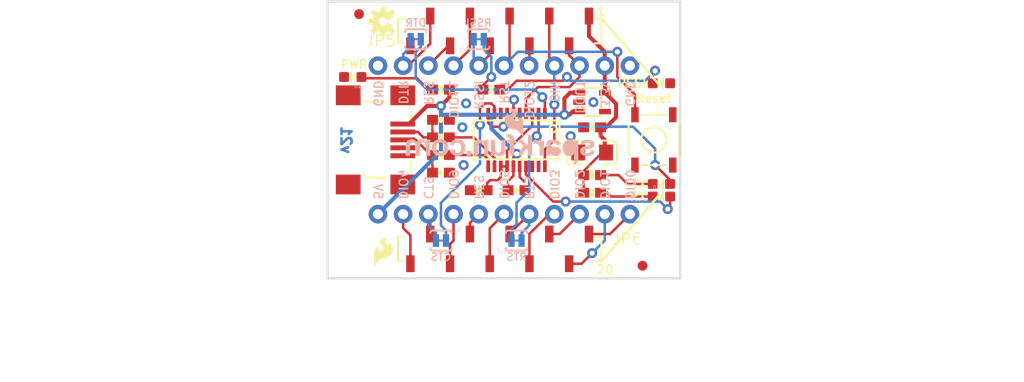
<source format=kicad_pcb>
(kicad_pcb (version 20211014) (generator pcbnew)
  (layers (0 "F.Cu" signal) (31 "B.Cu" signal) (34 "B.Paste" user) (35 "F.Paste" user) (36 "B.SilkS" user "B.Silkscreen") (37 "F.SilkS" user "F.Silkscreen") (38 "B.Mask" user) (39 "F.Mask" user) (44 "Edge.Cuts" user))
  (net 0 "")
  (net 1 "GND")
  (net 2 "RESET")
  (net 3 "5V")
  (net 4 "N$38")
  (net 5 "N$1")
  (net 6 "N$4")
  (net 7 "DIN")
  (net 8 "DOUT")
  (net 9 "3.3V")
  (net 10 "TXLED")
  (net 11 "DIO4")
  (net 12 "CTS")
  (net 13 "DIO9")
  (net 14 "DIO5")
  (net 15 "RTS")
  (net 16 "DIO3")
  (net 17 "DIO2")
  (net 18 "DIO1")
  (net 19 "DIO0")
  (net 20 "DTR")
  (net 21 "RES1")
  (net 22 "RES2")
  (net 23 "DIO11")
  (net 24 "RSSI")
  (net 25 "DIO12")
  (net 26 "N$2")
  (net 27 "3V-INT")
  (net 28 "N$6")
  (net 29 "N$3")
  (net 30 "N$5")
  (net 31 "N$7")
  (net 32 "N$8")
  (net 33 "N$9")
  (net 34 "DTR_XBEE")
  (net 35 "CTS_XBEE")
  (net 36 "RTS_XBEE")
  (footprint "boardEagle:EIA3216" (layer "F.Cu") (at 157.3911 106.2736)
    (fp_text reference "C1" (at -2.54 -1.381) (layer "F.SilkS") (effects (font (size 0.373888 0.373888) (thickness 0.032512)) (justify left bottom)))
    (fp_text value "10uF")
    (pad "A" smd rect (at 1.4 0 90) (size 1.6 1.4) (layers "F.Cu" "F.Paste" "F.Mask") (net 9 "3.3V"))
    (pad "C" smd rect (at -1.4 0 90) (size 1.6 1.4) (layers "F.Cu" "F.Paste" "F.Mask") (net 1 "GND"))
  )
  (footprint "boardEagle:0603-RES" (layer "F.Cu") (at 142.1511 106.5276)
    (fp_text reference "R5" (at -0.889 -0.762) (layer "F.SilkS") (effects (font (size 0.373888 0.373888) (thickness 0.032512)) (justify left bottom)))
    (fp_text value "27")
    (pad "1" smd rect (at -0.85 0) (size 1.1 1) (layers "F.Cu" "F.Paste" "F.Mask") (net 29 "N$3"))
    (pad "2" smd rect (at 0.85 0) (size 1.1 1) (layers "F.Cu" "F.Paste" "F.Mask") (net 31 "N$7"))
  )
  (footprint "boardEagle:0603-RES" (layer "F.Cu") (at 147.2311 99.9236 180)
    (fp_text reference "R7" (at -0.889 -0.762 180) (layer "F.SilkS") (effects (font (size 0.373888 0.373888) (thickness 0.032512)) (justify right top)))
    (fp_text value "330")
    (pad "1" smd rect (at -0.85 0 180) (size 1.1 1) (layers "F.Cu" "F.Paste" "F.Mask") (net 26 "N$2"))
    (pad "2" smd rect (at 0.85 0 180) (size 1.1 1) (layers "F.Cu" "F.Paste" "F.Mask") (net 33 "N$9"))
  )
  (footprint "boardEagle:FIDUCIAL-1X2" (layer "F.Cu") (at 162.4711 117.7036)
    (fp_text reference "JP1" hide)
    (fp_text value "FIDUCIAL1X2" hide)
    (pad "1" smd roundrect (at 0 0) (size 1 1) (layers "F.Cu" "F.Mask") (roundrect_rratio 0.5))
  )
  (footprint "boardEagle:OSHW-LOGO-S" (layer "F.Cu") (at 136.3091 93.0656 90)
    (fp_text reference "LOGO1" hide)
    (fp_text value "OSHW-LOGOS" hide)
  )
  (footprint "boardEagle:USB-MINIB" (layer "F.Cu") (at 135.8011 105.0036)
    (fp_text reference "X1" (at -3.81 -1.27) (layer "F.SilkS") (effects (font (size 0.373888 0.373888) (thickness 0.032512)) (justify left bottom)))
    (fp_text value "USBSMD")
    (pad "" np_thru_hole circle (at 0 2.2) (size 0.9 0.9) (drill 0.9) (layers *.Cu *.Mask))
    (pad "" np_thru_hole circle (at 0 -2.2) (size 0.9 0.9) (drill 0.9) (layers *.Cu *.Mask))
    (pad "D+" smd rect (at 2.5 0) (size 2.5 0.5) (layers "F.Cu" "F.Paste" "F.Mask") (net 29 "N$3"))
    (pad "D-" smd rect (at 2.5 -0.8) (size 2.5 0.5) (layers "F.Cu" "F.Paste" "F.Mask") (net 30 "N$5"))
    (pad "GND" smd rect (at 2.5 1.6) (size 2.5 0.5) (layers "F.Cu" "F.Paste" "F.Mask") (net 1 "GND"))
    (pad "GND@1" smd rect (at -3 4.5) (size 2.5 2) (layers "F.Cu" "F.Paste" "F.Mask"))
    (pad "GND@2" smd rect (at -3 -4.5) (size 2.5 2) (layers "F.Cu" "F.Paste" "F.Mask"))
    (pad "GND@3" smd rect (at 2.5 -4.5) (size 2.5 2) (layers "F.Cu" "F.Paste" "F.Mask"))
    (pad "GND@4" smd rect (at 2.5 4.5) (size 2.5 2) (layers "F.Cu" "F.Paste" "F.Mask"))
    (pad "ID" smd rect (at 2.5 0.8) (size 2.5 0.5) (layers "F.Cu" "F.Paste" "F.Mask"))
    (pad "VBUS" smd rect (at 2.5 -1.6) (size 2.5 0.5) (layers "F.Cu" "F.Paste" "F.Mask") (net 3 "5V"))
  )
  (footprint "boardEagle:0603-RES" (layer "F.Cu") (at 157.3911 110.3376)
    (fp_text reference "R8" (at -0.889 -0.762) (layer "F.SilkS") (effects (font (size 0.373888 0.373888) (thickness 0.032512)) (justify left bottom)))
    (fp_text value "1k")
    (pad "1" smd rect (at -0.85 0) (size 1.1 1) (layers "F.Cu" "F.Paste" "F.Mask") (net 9 "3.3V"))
    (pad "2" smd rect (at 0.85 0) (size 1.1 1) (layers "F.Cu" "F.Paste" "F.Mask") (net 6 "N$4"))
  )
  (footprint "boardEagle:LED-0603" (layer "F.Cu") (at 164.3761 99.2886 -90)
    (fp_text reference "D4" (at -0.6985 0.889) (layer "F.SilkS") (effects (font (size 0.373888 0.373888) (thickness 0.032512)) (justify left bottom)))
    (fp_text value "GREEN")
    (pad "A" smd roundrect (at 0 0.877 270) (size 1 1) (layers "F.Cu" "F.Paste" "F.Mask") (roundrect_rratio 0.15) (net 26 "N$2"))
    (pad "C" smd roundrect (at 0 -0.877 270) (size 1 1) (layers "F.Cu" "F.Paste" "F.Mask") (roundrect_rratio 0.15) (net 1 "GND"))
  )
  (footprint "boardEagle:0603-RES" (layer "F.Cu") (at 142.1511 104.7496)
    (fp_text reference "R2" (at -0.889 -0.762) (layer "F.SilkS") (effects (font (size 0.373888 0.373888) (thickness 0.032512)) (justify left bottom)))
    (fp_text value "27")
    (pad "1" smd rect (at -0.85 0) (size 1.1 1) (layers "F.Cu" "F.Paste" "F.Mask") (net 30 "N$5"))
    (pad "2" smd rect (at 0.85 0) (size 1.1 1) (layers "F.Cu" "F.Paste" "F.Mask") (net 32 "N$8"))
  )
  (footprint "boardEagle:0603-CAP" (layer "F.Cu") (at 142.1511 102.9716)
    (fp_text reference "C4" (at -0.889 -0.762) (layer "F.SilkS") (effects (font (size 0.373888 0.373888) (thickness 0.032512)) (justify left bottom)))
    (fp_text value "47pF")
    (pad "1" smd rect (at -0.85 0) (size 1.1 1) (layers "F.Cu" "F.Paste" "F.Mask") (net 30 "N$5"))
    (pad "2" smd rect (at 0.85 0) (size 1.1 1) (layers "F.Cu" "F.Paste" "F.Mask") (net 1 "GND"))
  )
  (footprint "boardEagle:1X11_NO_SILK" (layer "F.Cu") (at 135.8011 97.5106)
    (fp_text reference "JP5" (at -1.3462 -1.8288) (layer "F.SilkS") (effects (font (size 1.143 1.143) (thickness 0.127)) (justify left bottom)))
    (fp_text value "M111X11_NO_SILK")
    (pad "1" thru_hole circle (at 0 0 90) (size 1.8796 1.8796) (drill 1.016) (layers *.Cu *.Mask) (net 1 "GND"))
    (pad "2" thru_hole circle (at 2.54 0 90) (size 1.8796 1.8796) (drill 1.016) (layers *.Cu *.Mask) (net 34 "DTR_XBEE"))
    (pad "3" thru_hole circle (at 5.08 0 90) (size 1.8796 1.8796) (drill 1.016) (layers *.Cu *.Mask) (net 21 "RES1"))
    (pad "4" thru_hole circle (at 7.62 0 90) (size 1.8796 1.8796) (drill 1.016) (layers *.Cu *.Mask) (net 23 "DIO11"))
    (pad "5" thru_hole circle (at 10.16 0 90) (size 1.8796 1.8796) (drill 1.016) (layers *.Cu *.Mask) (net 24 "RSSI"))
    (pad "6" thru_hole circle (at 12.7 0 90) (size 1.8796 1.8796) (drill 1.016) (layers *.Cu *.Mask) (net 2 "RESET"))
    (pad "7" thru_hole circle (at 15.24 0 90) (size 1.8796 1.8796) (drill 1.016) (layers *.Cu *.Mask) (net 25 "DIO12"))
    (pad "8" thru_hole circle (at 17.78 0 90) (size 1.8796 1.8796) (drill 1.016) (layers *.Cu *.Mask) (net 7 "DIN"))
    (pad "9" thru_hole circle (at 20.32 0 90) (size 1.8796 1.8796) (drill 1.016) (layers *.Cu *.Mask) (net 8 "DOUT"))
    (pad "10" thru_hole circle (at 22.86 0 90) (size 1.8796 1.8796) (drill 1.016) (layers *.Cu *.Mask) (net 9 "3.3V"))
    (pad "11" thru_hole circle (at 25.4 0 90) (size 1.8796 1.8796) (drill 1.016) (layers *.Cu *.Mask) (net 1 "GND"))
  )
  (footprint "boardEagle:LED-0603" (layer "F.Cu") (at 164.3761 110.7186 -90)
    (fp_text reference "D3" (at -0.6985 0.889) (layer "F.SilkS") (effects (font (size 0.373888 0.373888) (thickness 0.032512)) (justify left bottom)))
    (fp_text value "GREEN")
    (pad "A" smd roundrect (at 0 0.877 270) (size 1 1) (layers "F.Cu" "F.Paste" "F.Mask") (roundrect_rratio 0.15) (net 6 "N$4"))
    (pad "C" smd roundrect (at 0 -0.877 270) (size 1 1) (layers "F.Cu" "F.Paste" "F.Mask") (roundrect_rratio 0.15) (net 28 "N$6"))
  )
  (footprint "boardEagle:STAND-OFF" (layer "F.Cu") (at 163.7411 115.1636)
    (fp_text reference "U$11" hide)
    (fp_text value "STAND-OFF" hide)
    (pad "" np_thru_hole circle (at 0 0) (size 3.302 3.302) (drill 3.302) (layers *.Cu *.Mask))
  )
  (footprint "boardEagle:1X11_NO_SILK" (layer "F.Cu") (at 161.2011 112.4966 180)
    (fp_text reference "JP6" (at -1.3462 -1.8288 180) (layer "F.SilkS") (effects (font (size 1.143 1.143) (thickness 0.127)) (justify right top)))
    (fp_text value "M111X11_NO_SILK")
    (pad "1" thru_hole circle (at 0 0 270) (size 1.8796 1.8796) (drill 1.016) (layers *.Cu *.Mask) (net 19 "DIO0"))
    (pad "2" thru_hole circle (at 2.54 0 270) (size 1.8796 1.8796) (drill 1.016) (layers *.Cu *.Mask) (net 18 "DIO1"))
    (pad "3" thru_hole circle (at 5.08 0 270) (size 1.8796 1.8796) (drill 1.016) (layers *.Cu *.Mask) (net 17 "DIO2"))
    (pad "4" thru_hole circle (at 7.62 0 270) (size 1.8796 1.8796) (drill 1.016) (layers *.Cu *.Mask) (net 16 "DIO3"))
    (pad "5" thru_hole circle (at 10.16 0 270) (size 1.8796 1.8796) (drill 1.016) (layers *.Cu *.Mask) (net 36 "RTS_XBEE"))
    (pad "6" thru_hole circle (at 12.7 0 270) (size 1.8796 1.8796) (drill 1.016) (layers *.Cu *.Mask) (net 14 "DIO5"))
    (pad "7" thru_hole circle (at 15.24 0 270) (size 1.8796 1.8796) (drill 1.016) (layers *.Cu *.Mask) (net 22 "RES2"))
    (pad "8" thru_hole circle (at 17.78 0 270) (size 1.8796 1.8796) (drill 1.016) (layers *.Cu *.Mask) (net 13 "DIO9"))
    (pad "9" thru_hole circle (at 20.32 0 270) (size 1.8796 1.8796) (drill 1.016) (layers *.Cu *.Mask) (net 35 "CTS_XBEE"))
    (pad "10" thru_hole circle (at 22.86 0 270) (size 1.8796 1.8796) (drill 1.016) (layers *.Cu *.Mask) (net 11 "DIO4"))
    (pad "11" thru_hole circle (at 25.4 0 270) (size 1.8796 1.8796) (drill 1.016) (layers *.Cu *.Mask) (net 3 "5V"))
  )
  (footprint "boardEagle:STAND-OFF" (layer "F.Cu") (at 133.2611 94.8436)
    (fp_text reference "U$9" hide)
    (fp_text value "STAND-OFF" hide)
    (pad "" np_thru_hole circle (at 0 0) (size 3.302 3.302) (drill 3.302) (layers *.Cu *.Mask))
  )
  (footprint "boardEagle:LED-0603" (layer "F.Cu") (at 133.2611 98.6536 90)
    (fp_text reference "D2" (at -0.6985 0.889 180) (layer "F.SilkS") (effects (font (size 0.373888 0.373888) (thickness 0.032512)) (justify right top)))
    (fp_text value "RED")
    (pad "A" smd roundrect (at 0 0.877 90) (size 1 1) (layers "F.Cu" "F.Paste" "F.Mask") (roundrect_rratio 0.15) (net 4 "N$38"))
    (pad "C" smd roundrect (at 0 -0.877 90) (size 1 1) (layers "F.Cu" "F.Paste" "F.Mask") (roundrect_rratio 0.15) (net 1 "GND"))
  )
  (footprint "boardEagle:SOT23-5" (layer "F.Cu") (at 157.3911 101.1936 -90)
    (fp_text reference "U3" (at -0.889 -2.159 -90) (layer "F.SilkS") (effects (font (size 0.373888 0.373888) (thickness 0.032512)) (justify left bottom)))
    (fp_text value "MIC5219 3.3V")
    (pad "1" smd rect (at -0.95 1.3001 270) (size 0.55 1.2) (layers "F.Cu" "F.Paste" "F.Mask") (net 3 "5V"))
    (pad "2" smd rect (at 0 1.3001 270) (size 0.55 1.2) (layers "F.Cu" "F.Paste" "F.Mask") (net 1 "GND"))
    (pad "3" smd rect (at 0.95 1.3001 270) (size 0.55 1.2) (layers "F.Cu" "F.Paste" "F.Mask") (net 3 "5V"))
    (pad "4" smd rect (at 0.95 -1.3001 270) (size 0.55 1.2) (layers "F.Cu" "F.Paste" "F.Mask"))
    (pad "5" smd rect (at -0.95 -1.3001 270) (size 0.55 1.2) (layers "F.Cu" "F.Paste" "F.Mask") (net 9 "3.3V"))
  )
  (footprint "boardEagle:0603-RES" (layer "F.Cu") (at 142.1511 99.9236)
    (fp_text reference "R6" (at -0.889 -0.762) (layer "F.SilkS") (effects (font (size 0.373888 0.373888) (thickness 0.032512)) (justify left bottom)))
    (fp_text value "1k")
    (pad "1" smd rect (at -0.85 0) (size 1.1 1) (layers "F.Cu" "F.Paste" "F.Mask") (net 4 "N$38"))
    (pad "2" smd rect (at 0.85 0) (size 1.1 1) (layers "F.Cu" "F.Paste" "F.Mask") (net 3 "5V"))
  )
  (footprint "boardEagle:0603-CAP" (layer "F.Cu") (at 142.1511 108.3056)
    (fp_text reference "C3" (at -0.889 -0.762) (layer "F.SilkS") (effects (font (size 0.373888 0.373888) (thickness 0.032512)) (justify left bottom)))
    (fp_text value "47pF")
    (pad "1" smd rect (at -0.85 0) (size 1.1 1) (layers "F.Cu" "F.Paste" "F.Mask") (net 29 "N$3"))
    (pad "2" smd rect (at 0.85 0) (size 1.1 1) (layers "F.Cu" "F.Paste" "F.Mask") (net 1 "GND"))
  )
  (footprint "boardEagle:STAND-OFF" (layer "F.Cu") (at 163.7411 94.8436)
    (fp_text reference "U$10" hide)
    (fp_text value "STAND-OFF" hide)
    (pad "" np_thru_hole circle (at 0 0) (size 3.302 3.302) (drill 3.302) (layers *.Cu *.Mask))
  )
  (footprint "boardEagle:TACTILE_SWITCH_SMD" (layer "F.Cu") (at 163.6141 105.0036 -90)
    (fp_text reference "S2" (at -0.889 -1.778 -90) (layer "F.SilkS") (effects (font (size 0.373888 0.373888) (thickness 0.032512)) (justify left bottom)))
    (fp_text value "Reset")
    (pad "1" smd rect (at -2.54 -1.905) (size 0.762 1.524) (layers "F.Cu" "F.Paste" "F.Mask") (net 1 "GND"))
    (pad "2" smd rect (at 2.54 -1.905) (size 0.762 1.524) (layers "F.Cu" "F.Paste" "F.Mask"))
    (pad "3" smd rect (at -2.54 1.905) (size 0.762 1.524) (layers "F.Cu" "F.Paste" "F.Mask") (net 2 "RESET"))
    (pad "4" smd rect (at 2.54 1.905) (size 0.762 1.524) (layers "F.Cu" "F.Paste" "F.Mask"))
  )
  (footprint "boardEagle:LED-0603" (layer "F.Cu") (at 164.3761 109.4486 -90)
    (fp_text reference "D1" (at -0.6985 0.889) (layer "F.SilkS") (effects (font (size 0.373888 0.373888) (thickness 0.032512)) (justify left bottom)))
    (fp_text value "RED")
    (pad "A" smd roundrect (at 0 0.877 270) (size 1 1) (layers "F.Cu" "F.Paste" "F.Mask") (roundrect_rratio 0.15) (net 5 "N$1"))
    (pad "C" smd roundrect (at 0 -0.877 270) (size 1 1) (layers "F.Cu" "F.Paste" "F.Mask") (roundrect_rratio 0.15) (net 10 "TXLED"))
  )
  (footprint "boardEagle:SFE-LOGO-FLAME" (layer "F.Cu") (at 135.4201 117.7036)
    (fp_text reference "U$1" hide)
    (fp_text value "LOGO-SFESK" hide)
  )
  (footprint "boardEagle:SSOP20_L" (layer "F.Cu") (at 149.7711 105.0036 180)
    (fp_text reference "U4" (at 0 0 180) (layer "F.SilkS") (effects (font (size 0.373888 0.373888) (thickness 0.032512)) (justify right top)))
    (fp_text value "FT231XS")
    (pad "1" smd rect (at -2.8575 2.6797) (size 0.381 1.143) (layers "F.Cu" "F.Paste" "F.Mask") (net 20 "DTR"))
    (pad "2" smd rect (at -2.2225 2.6797) (size 0.381 1.143) (layers "F.Cu" "F.Paste" "F.Mask") (net 15 "RTS"))
    (pad "3" smd rect (at -1.5875 2.6797) (size 0.381 1.143) (layers "F.Cu" "F.Paste" "F.Mask") (net 27 "3V-INT"))
    (pad "4" smd rect (at -0.9525 2.6797) (size 0.381 1.143) (layers "F.Cu" "F.Paste" "F.Mask") (net 8 "DOUT"))
    (pad "5" smd rect (at -0.3175 2.6797) (size 0.381 1.143) (layers "F.Cu" "F.Paste" "F.Mask"))
    (pad "6" smd rect (at 0.3175 2.6797) (size 0.381 1.143) (layers "F.Cu" "F.Paste" "F.Mask") (net 1 "GND"))
    (pad "7" smd rect (at 0.9525 2.6797) (size 0.381 1.143) (layers "F.Cu" "F.Paste" "F.Mask"))
    (pad "8" smd rect (at 1.5875 2.6797) (size 0.381 1.143) (layers "F.Cu" "F.Paste" "F.Mask"))
    (pad "9" smd rect (at 2.2225 2.6797) (size 0.381 1.143) (layers "F.Cu" "F.Paste" "F.Mask") (net 12 "CTS"))
    (pad "10" smd rect (at 2.8575 2.6797) (size 0.381 1.143) (layers "F.Cu" "F.Paste" "F.Mask") (net 10 "TXLED"))
    (pad "11" smd rect (at 2.8575 -2.6797 180) (size 0.381 1.143) (layers "F.Cu" "F.Paste" "F.Mask") (net 31 "N$7"))
    (pad "12" smd rect (at 2.2225 -2.6797 180) (size 0.381 1.143) (layers "F.Cu" "F.Paste" "F.Mask") (net 32 "N$8"))
    (pad "13" smd rect (at 1.5875 -2.6797 180) (size 0.381 1.143) (layers "F.Cu" "F.Paste" "F.Mask") (net 27 "3V-INT"))
    (pad "14" smd rect (at 0.9525 -2.6797 180) (size 0.381 1.143) (layers "F.Cu" "F.Paste" "F.Mask") (net 27 "3V-INT"))
    (pad "15" smd rect (at 0.3175 -2.6797 180) (size 0.381 1.143) (layers "F.Cu" "F.Paste" "F.Mask") (net 3 "5V"))
    (pad "16" smd rect (at -0.3175 -2.6797 180) (size 0.381 1.143) (layers "F.Cu" "F.Paste" "F.Mask") (net 1 "GND"))
    (pad "17" smd rect (at -0.9525 -2.6797 180) (size 0.381 1.143) (layers "F.Cu" "F.Paste" "F.Mask") (net 28 "N$6"))
    (pad "18" smd rect (at -1.5875 -2.6797 180) (size 0.381 1.143) (layers "F.Cu" "F.Paste" "F.Mask"))
    (pad "19" smd rect (at -2.2225 -2.6797 180) (size 0.381 1.143) (layers "F.Cu" "F.Paste" "F.Mask"))
    (pad "20" smd rect (at -2.8575 -2.6797 180) (size 0.381 1.143) (layers "F.Cu" "F.Paste" "F.Mask") (net 7 "DIN"))
  )
  (footprint "boardEagle:CREATIVE_COMMONS" (layer "F.Cu") (at 118.0211 129.1336)
    (fp_text reference "FRAME1" hide)
    (fp_text value "FRAME-LETTER" hide)
  )
  (footprint "boardEagle:0603-RES" (layer "F.Cu") (at 157.3911 108.5596)
    (fp_text reference "R4" (at -0.889 -0.762) (layer "F.SilkS") (effects (font (size 0.373888 0.373888) (thickness 0.032512)) (justify left bottom)))
    (fp_text value "1k")
    (pad "1" smd rect (at -0.85 0) (size 1.1 1) (layers "F.Cu" "F.Paste" "F.Mask") (net 9 "3.3V"))
    (pad "2" smd rect (at 0.85 0) (size 1.1 1) (layers "F.Cu" "F.Paste" "F.Mask") (net 5 "N$1"))
  )
  (footprint "boardEagle:XBEE-SMD" (layer "F.Cu") (at 137.0711 105.0036 -90)
    (fp_text reference "U2" (at -8.89 -2.54 90) (layer "F.SilkS") (effects (font (size 0.376489 0.376489) (thickness 0.029911)) (justify right)))
    (fp_text value "XBEE-1B3")
    (pad "1" smd rect (at -12.5 -20) (size 0.85 1.7) (layers "F.Cu" "F.Paste" "F.Mask") (net 9 "3.3V"))
    (pad "2" smd rect (at -9.5 -18) (size 0.85 1.7) (layers "F.Cu" "F.Paste" "F.Mask") (net 8 "DOUT"))
    (pad "3" smd rect (at -12.5 -16) (size 0.85 1.7) (layers "F.Cu" "F.Paste" "F.Mask") (net 7 "DIN"))
    (pad "4" smd rect (at -9.5 -14) (size 0.85 1.7) (layers "F.Cu" "F.Paste" "F.Mask") (net 25 "DIO12"))
    (pad "5" smd rect (at -12.5 -12) (size 0.85 1.7) (layers "F.Cu" "F.Paste" "F.Mask") (net 2 "RESET"))
    (pad "6" smd rect (at -9.5 -10) (size 0.85 1.7) (layers "F.Cu" "F.Paste" "F.Mask") (net 24 "RSSI"))
    (pad "7" smd rect (at -12.5 -8) (size 0.85 1.7) (layers "F.Cu" "F.Paste" "F.Mask") (net 23 "DIO11"))
    (pad "8" smd rect (at -9.5 -6) (size 0.85 1.7) (layers "F.Cu" "F.Paste" "F.Mask") (net 21 "RES1"))
    (pad "9" smd rect (at -12.5 -4) (size 0.85 1.7) (layers "F.Cu" "F.Paste" "F.Mask") (net 34 "DTR_XBEE"))
    (pad "10" smd rect (at -9.5 -2) (size 0.85 1.7) (layers "F.Cu" "F.Paste" "F.Mask") (net 1 "GND"))
    (pad "11" smd rect (at 12.5 -2) (size 0.85 1.7) (layers "F.Cu" "F.Paste" "F.Mask") (net 11 "DIO4"))
    (pad "12" smd rect (at 9.5 -4) (size 0.85 1.7) (layers "F.Cu" "F.Paste" "F.Mask") (net 35 "CTS_XBEE"))
    (pad "13" smd rect (at 12.5 -6) (size 0.85 1.7) (layers "F.Cu" "F.Paste" "F.Mask") (net 13 "DIO9"))
    (pad "14" smd rect (at 9.5 -8) (size 0.85 1.7) (layers "F.Cu" "F.Paste" "F.Mask") (net 22 "RES2"))
    (pad "15" smd rect (at 12.5 -10) (size 0.85 1.7) (layers "F.Cu" "F.Paste" "F.Mask") (net 14 "DIO5"))
    (pad "16" smd rect (at 9.5 -12) (size 0.85 1.7) (layers "F.Cu" "F.Paste" "F.Mask") (net 36 "RTS_XBEE"))
    (pad "17" smd rect (at 12.5 -14) (size 0.85 1.7) (layers "F.Cu" "F.Paste" "F.Mask") (net 16 "DIO3"))
    (pad "18" smd rect (at 9.5 -16) (size 0.85 1.7) (layers "F.Cu" "F.Paste" "F.Mask") (net 17 "DIO2"))
    (pad "19" smd rect (at 12.5 -18) (size 0.85 1.7) (layers "F.Cu" "F.Paste" "F.Mask") (net 18 "DIO1"))
    (pad "20" smd rect (at 9.5 -20) (size 0.85 1.7) (layers "F.Cu" "F.Paste" "F.Mask") (net 19 "DIO0"))
  )
  (footprint "boardEagle:STAND-OFF" (layer "F.Cu") (at 133.2611 115.1636)
    (fp_text reference "U$5" hide)
    (fp_text value "STAND-OFF" hide)
    (pad "" np_thru_hole circle (at 0 0) (size 3.302 3.302) (drill 3.302) (layers *.Cu *.Mask))
  )
  (footprint "boardEagle:FIDUCIAL-1X2" (layer "F.Cu") (at 133.8961 92.3036)
    (fp_text reference "JP4" hide)
    (fp_text value "FIDUCIAL1X2" hide)
    (pad "1" smd roundrect (at 0 0) (size 1 1) (layers "F.Cu" "F.Mask") (roundrect_rratio 0.5))
  )
  (footprint "boardEagle:0603-CAP" (layer "F.Cu") (at 149.7711 110.0836)
    (fp_text reference "C5" (at -0.889 -0.762) (layer "F.SilkS") (effects (font (size 0.373888 0.373888) (thickness 0.032512)) (justify left bottom)))
    (fp_text value "0.1uF")
    (pad "1" smd rect (at -0.85 0) (size 1.1 1) (layers "F.Cu" "F.Paste" "F.Mask") (net 3 "5V"))
    (pad "2" smd rect (at 0.85 0) (size 1.1 1) (layers "F.Cu" "F.Paste" "F.Mask") (net 1 "GND"))
  )
  (footprint "boardEagle:0603-CAP" (layer "F.Cu") (at 145.9611 110.0836 180)
    (fp_text reference "C6" (at -0.889 -0.762 180) (layer "F.SilkS") (effects (font (size 0.373888 0.373888) (thickness 0.032512)) (justify right top)))
    (fp_text value "0.1uF")
    (pad "1" smd rect (at -0.85 0 180) (size 1.1 1) (layers "F.Cu" "F.Paste" "F.Mask") (net 27 "3V-INT"))
    (pad "2" smd rect (at 0.85 0 180) (size 1.1 1) (layers "F.Cu" "F.Paste" "F.Mask") (net 1 "GND"))
  )
  (footprint "boardEagle:0603-CAP" (layer "F.Cu") (at 157.3911 103.7336 180)
    (fp_text reference "C7" (at -0.889 -0.762 180) (layer "F.SilkS") (effects (font (size 0.373888 0.373888) (thickness 0.032512)) (justify right top)))
    (fp_text value "0.1uF")
    (pad "1" smd rect (at -0.85 0 180) (size 1.1 1) (layers "F.Cu" "F.Paste" "F.Mask") (net 9 "3.3V"))
    (pad "2" smd rect (at 0.85 0 180) (size 1.1 1) (layers "F.Cu" "F.Paste" "F.Mask") (net 1 "GND"))
  )
  (footprint "boardEagle:SJ_2S-TRACE" (layer "B.Cu") (at 139.6111 94.8436 180)
    (fp_text reference "SJ4" (at -0.9525 1.27) (layer "B.SilkS") (effects (font (size 0.373888 0.373888) (thickness 0.032512)) (justify right top mirror)))
    (fp_text value "DTR")
    (fp_line (start -0.381 0) (end 0.381 0) (layer "B.Cu") (width 0.2032))
    (pad "1" smd rect (at -0.508 0 180) (size 0.635 1.27) (layers "B.Cu" "B.Mask") (net 20 "DTR"))
    (pad "2" smd rect (at 0.508 0 180) (size 0.635 1.27) (layers "B.Cu" "B.Mask") (net 34 "DTR_XBEE"))
  )
  (footprint "boardEagle:SJ_2S-TRACE" (layer "B.Cu") (at 142.1511 115.1636 180)
    (fp_text reference "SJ3" (at -0.9525 1.27) (layer "B.SilkS") (effects (font (size 0.373888 0.373888) (thickness 0.032512)) (justify right top mirror)))
    (fp_text value "RTS_EN")
    (fp_line (start -0.381 0) (end 0.381 0) (layer "B.Cu") (width 0.2032))
    (pad "1" smd rect (at -0.508 0 180) (size 0.635 1.27) (layers "B.Cu" "B.Mask") (net 12 "CTS"))
    (pad "2" smd rect (at 0.508 0 180) (size 0.635 1.27) (layers "B.Cu" "B.Mask") (net 35 "CTS_XBEE"))
  )
  (footprint "boardEagle:SJ_2S-TRACE" (layer "B.Cu") (at 149.7711 115.1636)
    (fp_text reference "SJ2" (at -0.9525 1.27 180) (layer "B.SilkS") (effects (font (size 0.373888 0.373888) (thickness 0.032512)) (justify left bottom mirror)))
    (fp_text value "CTS_EN")
    (fp_line (start -0.381 0) (end 0.381 0) (layer "B.Cu") (width 0.2032))
    (pad "1" smd rect (at -0.508 0) (size 0.635 1.27) (layers "B.Cu" "B.Mask") (net 15 "RTS"))
    (pad "2" smd rect (at 0.508 0) (size 0.635 1.27) (layers "B.Cu" "B.Mask") (net 36 "RTS_XBEE"))
  )
  (footprint "boardEagle:SJ_2S-TRACE" (layer "B.Cu") (at 145.9611 94.8436)
    (fp_text reference "SJ1" (at -0.9525 1.27 180) (layer "B.SilkS") (effects (font (size 0.373888 0.373888) (thickness 0.032512)) (justify left bottom mirror)))
    (fp_text value "RSSI_LED_EN")
    (fp_line (start -0.381 0) (end 0.381 0) (layer "B.Cu") (width 0.2032))
    (pad "1" smd rect (at -0.508 0) (size 0.635 1.27) (layers "B.Cu" "B.Mask") (net 24 "RSSI"))
    (pad "2" smd rect (at 0.508 0) (size 0.635 1.27) (layers "B.Cu" "B.Mask") (net 33 "N$9"))
  )
  (footprint "boardEagle:SFE-NEW-WEBLOGO" (layer "B.Cu") (at 157.6451 107.5436 180)
    (fp_text reference "U$4" hide)
    (fp_text value "LOGO-SFENEW" hide)
  )
  (gr_line (start 158.4071 92.8116) (end 164.1221 99.4156) (layer "F.SilkS") (width 0.254))
  (gr_line (start 158.4071 117.1956) (end 164.1221 110.5916) (layer "F.SilkS") (width 0.254))
  (gr_line (start 130.7211 118.9736) (end 166.2811 118.9736) (layer "Edge.Cuts") (width 0.2032))
  (gr_line (start 130.7211 91.0336) (end 166.2811 91.0336) (layer "Edge.Cuts") (width 0.2032))
  (gr_line (start 166.2811 118.9736) (end 166.2811 91.0336) (layer "Edge.Cuts") (width 0.2032))
  (gr_line (start 130.7211 91.0336) (end 130.7211 118.9736) (layer "Edge.Cuts") (width 0.2032))
  (gr_text "v21" (at 131.9911 106.5276 -90) (layer "B.Cu") (effects (font (size 1.016 1.016) (thickness 0.254)) (justify left bottom mirror)))
  (gr_text "CTS" (at 142.1511 116.8146) (layer "B.SilkS") (effects (font (size 0.75565 0.75565) (thickness 0.13335)) (justify mirror)))
  (gr_text "GND" (at 136.3091 98.9076 -90) (layer "B.SilkS") (effects (font (size 0.8636 0.8636) (thickness 0.1524)) (justify right top mirror)))
  (gr_text "DTR" (at 139.6111 93.1926) (layer "B.SilkS") (effects (font (size 0.75565 0.75565) (thickness 0.13335)) (justify mirror)))
  (gr_text "CTS" (at 140.3731 111.0996 -90) (layer "B.SilkS") (effects (font (size 0.8636 0.8636) (thickness 0.1524)) (justify left bottom mirror)))
  (gr_text "3.3V" (at 159.1691 98.9076 -90) (layer "B.SilkS") (effects (font (size 0.8636 0.8636) (thickness 0.1524)) (justify right top mirror)))
  (gr_text "DIO3" (at 153.0731 111.0996 -90) (layer "B.SilkS") (effects (font (size 0.8636 0.8636) (thickness 0.1524)) (justify left bottom mirror)))
  (gr_text "DIO0" (at 160.6931 111.0996 -90) (layer "B.SilkS") (effects (font (size 0.8636 0.8636) (thickness 0.1524)) (justify left bottom mirror)))
  (gr_text "DTR" (at 138.8491 98.9076 -90) (layer "B.SilkS") (effects (font (size 0.8636 0.8636) (thickness 0.1524)) (justify right top mirror)))
  (gr_text "DIO1" (at 158.1531 111.0996 -90) (layer "B.SilkS") (effects (font (size 0.8636 0.8636) (thickness 0.1524)) (justify left bottom mirror)))
  (gr_text "DOUT" (at 156.6291 98.9076 -90) (layer "B.SilkS") (effects (font (size 0.8636 0.8636) (thickness 0.1524)) (justify right top mirror)))
  (gr_text "DIO11" (at 143.9291 98.9076 -90) (layer "B.SilkS") (effects (font (size 0.8636 0.8636) (thickness 0.1524)) (justify right top mirror)))
  (gr_text "RSSI" (at 145.9611 93.1926) (layer "B.SilkS") (effects (font (size 0.75565 0.75565) (thickness 0.13335)) (justify mirror)))
  (gr_text "RSSI" (at 146.4691 98.9076 -90) (layer "B.SilkS") (effects (font (size 0.8636 0.8636) (thickness 0.1524)) (justify right top mirror)))
  (gr_text "DIN" (at 154.0891 98.9076 -90) (layer "B.SilkS") (effects (font (size 0.8636 0.8636) (thickness 0.1524)) (justify right top mirror)))
  (gr_text "DIO12" (at 151.5491 98.9076 -90) (layer "B.SilkS") (effects (font (size 0.8636 0.8636) (thickness 0.1524)) (justify right top mirror)))
  (gr_text "5V" (at 135.2931 111.0996 -90) (layer "B.SilkS") (effects (font (size 0.8636 0.8636) (thickness 0.1524)) (justify left bottom mirror)))
  (gr_text "RES" (at 141.3891 98.9076 -90) (layer "B.SilkS") (effects (font (size 0.8636 0.8636) (thickness 0.1524)) (justify right top mirror)))
  (gr_text "DIO5" (at 147.9931 111.0996 -90) (layer "B.SilkS") (effects (font (size 0.8636 0.8636) (thickness 0.1524)) (justify left bottom mirror)))
  (gr_text "DIO2" (at 155.6131 111.0996 -90) (layer "B.SilkS") (effects (font (size 0.8636 0.8636) (thickness 0.1524)) (justify left bottom mirror)))
  (gr_text "RTS" (at 149.7711 116.8146) (layer "B.SilkS") (effects (font (size 0.75565 0.75565) (thickness 0.13335)) (justify mirror)))
  (gr_text "RES" (at 145.4531 111.0996 -90) (layer "B.SilkS") (effects (font (size 0.8636 0.8636) (thickness 0.1524)) (justify left bottom mirror)))
  (gr_text "DIO4" (at 137.8331 111.0996 -90) (layer "B.SilkS") (effects (font (size 0.8636 0.8636) (thickness 0.1524)) (justify left bottom mirror)))
  (gr_text "RST" (at 149.0091 98.9076 -90) (layer "B.SilkS") (effects (font (size 0.8636 0.8636) (thickness 0.1524)) (justify right top mirror)))
  (gr_text "GND" (at 161.7091 98.9076 -90) (layer "B.SilkS") (effects (font (size 0.8636 0.8636) (thickness 0.1524)) (justify right top mirror)))
  (gr_text "RTS" (at 150.5331 111.0996 -90) (layer "B.SilkS") (effects (font (size 0.8636 0.8636) (thickness 0.1524)) (justify left bottom mirror)))
  (gr_text "DIO9" (at 142.9131 111.0996 -90) (layer "B.SilkS") (effects (font (size 0.8636 0.8636) (thickness 0.1524)) (justify left bottom mirror)))
  (gr_text "1" (at 157.7721 92.5576) (layer "F.SilkS") (effects (font (size 0.8636 0.8636) (thickness 0.1524)) (justify left bottom)))
  (gr_text "PWR" (at 133.3881 97.8916) (layer "F.SilkS") (effects (font (size 0.8636 0.8636) (thickness 0.1524)) (justify bottom)))
  (gr_text "20" (at 157.7721 118.5926) (layer "F.SilkS") (effects (font (size 0.8636 0.8636) (thickness 0.1524)) (justify left bottom)))
  (gr_text "RSSI" (at 162.9791 99.2886) (layer "F.SilkS") (effects (font (size 0.8636 0.8636) (thickness 0.1524)) (justify right)))
  (gr_text "RX" (at 162.9791 110.7186) (layer "F.SilkS") (effects (font (size 0.8636 0.8636) (thickness 0.1524)) (justify right)))
  (gr_text "TX" (at 162.9791 109.4486) (layer "F.SilkS") (effects (font (size 0.8636 0.8636) (thickness 0.1524)) (justify right)))
  (gr_text "Reset" (at 163.6141 100.8126) (layer "F.SilkS") (effects (font (size 0.8636 0.8636) (thickness 0.1524))))
  (segment (start 149.4536 102.3239) (end 149.4536 101.0031) (width 0.254) (layer "F.Cu") (net 1))
  (segment (start 150.0886 108.7501) (end 150.5331 109.1946) (width 0.254) (layer "F.Cu") (net 1))
  (segment (start 149.4536 102.3239) (end 149.4536 103.2891) (width 0.254) (layer "F.Cu") (net 1))
  (segment (start 149.4536 101.0031) (end 149.5171 100.9396) (width 0.254) (layer "F.Cu") (net 1))
  (segment (start 150.0886 107.6833) (end 150.0886 108.7501) (width 0.254) (layer "F.Cu") (net 1))
  (via (at 144.6911 101.3206) (size 1.016) (drill 0.508) (layers "F.Cu" "B.Cu") (net 1))
  (via (at 149.5171 100.9396) (size 1.016) (drill 0.508) (layers "F.Cu" "B.Cu") (net 1))
  (via (at 157.5181 101.1936) (size 1.016) (drill 0.508) (layers "F.Cu" "B.Cu") (net 1))
  (via (at 144.3101 103.7336) (size 1.016) (drill 0.508) (layers "F.Cu" "B.Cu") (net 1))
  (via (at 144.4371 107.5436) (size 1.016) (drill 0.508) (layers "F.Cu" "B.Cu") (net 1))
  (via (at 155.2321 104.6226) (size 1.016) (drill 0.508) (layers "F.Cu" "B.Cu") (net 1))
  (segment (start 149.0711 96.9406) (end 148.5011 97.5106) (width 0.254) (layer "F.Cu") (net 2))
  (segment (start 161.7091 100.4316) (end 159.9311 98.6536) (width 0.254) (layer "F.Cu") (net 2))
  (segment (start 161.7091 102.4636) (end 161.7091 100.4316) (width 0.254) (layer "F.Cu") (net 2))
  (segment (start 149.0711 92.5036) (end 149.0711 96.9406) (width 0.254) (layer "F.Cu") (net 2))
  (segment (start 159.9311 98.6536) (end 159.9311 96.1136) (width 0.254) (layer "F.Cu") (net 2))
  (via (at 159.9311 96.1136) (size 1.016) (drill 0.508) (layers "F.Cu" "B.Cu") (net 2))
  (segment (start 159.9311 96.1136) (end 149.8981 96.1136) (width 0.254) (layer "B.Cu") (net 2))
  (segment (start 149.8981 96.1136) (end 148.5011 97.5106) (width 0.254) (layer "B.Cu") (net 2))
  (segment (start 155.4201 102.1436) (end 156.091 102.1436) (width 0.4064) (layer "F.Cu") (net 3))
  (segment (start 148.9211 110.0836) (end 148.9211 109.1556) (width 0.254) (layer "F.Cu") (net 3))
  (segment (start 149.4536 107.6833) (end 149.4536 108.6231) (width 0.254) (layer "F.Cu") (net 3))
  (segment (start 154.5971 100.8126) (end 154.5971 102.4636) (width 0.4064) (layer "F.Cu") (net 3))
  (segment (start 138.9251 103.4036) (end 140.7541 101.5746) (width 0.4064) (layer "F.Cu") (net 3))
  (segment (start 138.3011 103.4036) (end 138.9251 103.4036) (width 0.4064) (layer "F.Cu") (net 3))
  (segment (start 155.1001 102.4636) (end 155.4201 102.1436) (width 0.4064) (layer "F.Cu") (net 3))
  (segment (start 149.4536 107.6833) (end 149.4536 106.7181) (width 0.254) (layer "F.Cu") (net 3))
  (segment (start 156.091 100.2436) (end 155.1661 100.2436) (width 0.4064) (layer "F.Cu") (net 3))
  (segment (start 140.7541 101.5746) (end 142.1511 101.5746) (width 0.4064) (layer "F.Cu") (net 3))
  (segment (start 149.4536 108.6231) (end 148.9211 109.1556) (width 0.254) (layer "F.Cu") (net 3))
  (segment (start 143.0011 100.7246) (end 142.1511 101.5746) (width 0.4064) (layer "F.Cu") (net 3))
  (segment (start 154.5971 102.4636) (end 155.1001 102.4636) (width 0.4064) (layer "F.Cu") (net 3))
  (segment (start 155.1661 100.2436) (end 154.5971 100.8126) (width 0.4064) (layer "F.Cu") (net 3))
  (segment (start 149.4536 106.7181) (end 149.7711 106.4006) (width 0.254) (layer "F.Cu") (net 3))
  (segment (start 143.0011 99.9236) (end 143.0011 100.7246) (width 0.4064) (layer "F.Cu") (net 3))
  (via (at 149.7711 106.4006) (size 1.016) (drill 0.508) (layers "F.Cu" "B.Cu") (net 3))
  (via (at 142.1511 101.5746) (size 1.016) (drill 0.508) (layers "F.Cu" "B.Cu") (net 3))
  (via (at 154.5971 102.4636) (size 1.016) (drill 0.508) (layers "F.Cu" "B.Cu") (net 3))
  (segment (start 142.1511 106.1466) (end 142.1511 102.4636) (width 0.4064) (layer "B.Cu") (net 3))
  (segment (start 147.2311 103.8606) (end 147.2311 102.4636) (width 0.4064) (layer "B.Cu") (net 3))
  (segment (start 147.2311 102.4636) (end 142.1511 102.4636) (width 0.4064) (layer "B.Cu") (net 3))
  (segment (start 142.1511 102.4636) (end 142.1511 101.5746) (width 0.4064) (layer "B.Cu") (net 3))
  (segment (start 135.8011 112.4966) (end 142.1511 106.1466) (width 0.4064) (layer "B.Cu") (net 3))
  (segment (start 147.2311 102.4636) (end 154.5971 102.4636) (width 0.4064) (layer "B.Cu") (net 3))
  (segment (start 149.7711 106.4006) (end 147.2311 103.8606) (width 0.4064) (layer "B.Cu") (net 3))
  (segment (start 141.3011 99.9236) (end 140.8811 99.9236) (width 0.254) (layer "F.Cu") (net 4))
  (segment (start 140.8811 99.9236) (end 139.7381 98.7806) (width 0.254) (layer "F.Cu") (net 4))
  (segment (start 134.2651 98.7806) (end 134.1381 98.6536) (width 0.254) (layer "F.Cu") (net 4))
  (segment (start 139.7381 98.7806) (end 134.2651 98.7806) (width 0.254) (layer "F.Cu") (net 4))
  (segment (start 160.9471 109.4486) (end 163.4991 109.4486) (width 0.254) (layer "F.Cu") (net 5))
  (segment (start 158.2411 108.5596) (end 160.0581 108.5596) (width 0.254) (layer "F.Cu") (net 5))
  (segment (start 160.9471 109.4486) (end 160.0581 108.5596) (width 0.254) (layer "F.Cu") (net 5))
  (segment (start 158.2411 110.3376) (end 158.9151 110.3376) (width 0.254) (layer "F.Cu") (net 6))
  (segment (start 159.2961 110.7186) (end 163.4991 110.7186) (width 0.254) (layer "F.Cu") (net 6))
  (segment (start 159.2961 110.7186) (end 158.9151 110.3376) (width 0.254) (layer "F.Cu") (net 6))
  (segment (start 153.5811 105.0036) (end 153.5811 101.4476) (width 0.254) (layer "F.Cu") (net 7))
  (segment (start 153.0711 92.5036) (end 153.0711 97.0006) (width 0.254) (layer "F.Cu") (net 7))
  (segment (start 152.6286 105.9561) (end 153.5811 105.0036) (width 0.254) (layer "F.Cu") (net 7))
  (segment (start 153.0711 97.0006) (end 153.5811 97.5106) (width 0.254) (layer "F.Cu") (net 7))
  (segment (start 152.6286 107.6833) (end 152.6286 105.9561) (width 0.254) (layer "F.Cu") (net 7))
  (via (at 153.5811 101.4476) (size 1.016) (drill 0.508) (layers "F.Cu" "B.Cu") (net 7))
  (segment (start 153.5811 101.4476) (end 153.5811 97.5106) (width 0.254) (layer "B.Cu") (net 7))
  (segment (start 155.0711 96.4606) (end 156.1211 97.5106) (width 0.254) (layer "F.Cu") (net 8))
  (segment (start 150.7236 100.8761) (end 151.9301 99.6696) (width 0.254) (layer "F.Cu") (net 8))
  (segment (start 156.1211 98.6536) (end 156.1211 97.5106) (width 0.254) (layer "F.Cu") (net 8))
  (segment (start 155.0711 95.5036) (end 155.0711 96.4606) (width 0.254) (layer "F.Cu") (net 8))
  (segment (start 151.9301 99.6696) (end 155.1051 99.6696) (width 0.254) (layer "F.Cu") (net 8))
  (segment (start 155.1051 99.6696) (end 156.1211 98.6536) (width 0.254) (layer "F.Cu") (net 8))
  (segment (start 150.7236 102.3239) (end 150.7236 100.8761) (width 0.254) (layer "F.Cu") (net 8))
  (segment (start 158.7881 103.7336) (end 158.2411 103.7336) (width 0.4064) (layer "F.Cu") (net 9))
  (segment (start 157.0711 92.5036) (end 157.0711 94.5236) (width 0.4064) (layer "F.Cu") (net 9))
  (segment (start 158.2411 104.5836) (end 158.6611 105.0036) (width 0.4064) (layer "F.Cu") (net 9))
  (segment (start 158.6611 106.1436) (end 158.7911 106.2736) (width 0.4064) (layer "F.Cu") (net 9))
  (segment (start 159.8041 102.7176) (end 158.7881 103.7336) (width 0.4064) (layer "F.Cu") (net 9))
  (segment (start 158.2411 103.7336) (end 158.2411 104.5836) (width 0.4064) (layer "F.Cu") (net 9))
  (segment (start 158.6912 99.0647) (end 158.6611 99.0346) (width 0.4064) (layer "F.Cu") (net 9))
  (segment (start 158.6611 105.0036) (end 158.6611 106.1436) (width 0.4064) (layer "F.Cu") (net 9))
  (segment (start 158.6611 97.5106) (end 158.6611 96.1136) (width 0.4064) (layer "F.Cu") (net 9))
  (segment (start 158.6912 100.2436) (end 159.8041 101.3565) (width 0.4064) (layer "F.Cu") (net 9))
  (segment (start 158.6611 96.1136) (end 157.0711 94.5236) (width 0.4064) (layer "F.Cu") (net 9))
  (segment (start 159.8041 101.3565) (end 159.8041 102.7176) (width 0.4064) (layer "F.Cu") (net 9))
  (segment (start 158.6912 100.2436) (end 158.6912 99.0647) (width 0.4064) (layer "F.Cu") (net 9))
  (segment (start 158.6611 97.5106) (end 158.6611 99.0346) (width 0.4064) (layer "F.Cu") (net 9))
  (segment (start 158.7911 106.2736) (end 158.4071 106.2736) (width 0.254) (layer "F.Cu") (net 9))
  (segment (start 156.5411 108.1396) (end 158.4071 106.2736) (width 0.254) (layer "F.Cu") (net 9))
  (segment (start 156.5411 108.5596) (end 156.5411 110.3376) (width 0.254) (layer "F.Cu") (net 9))
  (segment (start 156.5411 108.5596) (end 156.5411 108.1396) (width 0.254) (layer "F.Cu") (net 9))
  (segment (start 146.9136 103.2891) (end 147.2946 103.6701) (width 0.254) (layer "F.Cu") (net 10))
  (segment (start 148.4376 103.6701) (end 147.2946 103.6701) (width 0.254) (layer "F.Cu") (net 10))
  (segment (start 163.7411 107.5436) (end 165.2531 109.0556) (width 0.254) (layer "F.Cu") (net 10))
  (segment (start 165.2531 109.4486) (end 165.2531 109.0556) (width 0.254) (layer "F.Cu") (net 10))
  (segment (start 146.9136 102.3239) (end 146.9136 103.2891) (width 0.254) (layer "F.Cu") (net 10))
  (via (at 163.7411 107.5436) (size 1.016) (drill 0.508) (layers "F.Cu" "B.Cu") (net 10))
  (via (at 148.4376 103.6701) (size 1.016) (drill 0.508) (layers "F.Cu" "B.Cu") (net 10))
  (segment (start 163.7411 105.8926) (end 161.5186 103.6701) (width 0.254) (layer "B.Cu") (net 10))
  (segment (start 163.7411 107.5436) (end 163.7411 105.8926) (width 0.254) (layer "B.Cu") (net 10))
  (segment (start 148.4376 103.6701) (end 161.5186 103.6701) (width 0.254) (layer "B.Cu") (net 10))
  (segment (start 138.3411 112.4966) (end 138.3411 113.8936) (width 0.254) (layer "F.Cu") (net 11))
  (segment (start 139.0711 117.5036) (end 139.0711 114.6236) (width 0.254) (layer "F.Cu") (net 11))
  (segment (start 139.0711 114.6236) (end 138.3411 113.8936) (width 0.254) (layer "F.Cu") (net 11))
  (segment (start 147.5486 102.3239) (end 147.5486 101.6381) (width 0.254) (layer "F.Cu") (net 12))
  (segment (start 146.5961 101.3206) (end 146.0881 101.8286) (width 0.254) (layer "F.Cu") (net 12))
  (segment (start 147.5486 101.6381) (end 147.2311 101.3206) (width 0.254) (layer "F.Cu") (net 12))
  (segment (start 146.0881 101.8286) (end 146.0881 103.4796) (width 0.254) (layer "F.Cu") (net 12))
  (segment (start 147.2311 101.3206) (end 146.5961 101.3206) (width 0.254) (layer "F.Cu") (net 12))
  (via (at 146.0881 103.4796) (size 1.016) (drill 0.508) (layers "F.Cu" "B.Cu") (net 12))
  (segment (start 146.0881 107.4166) (end 142.1511 111.3536) (width 0.254) (layer "B.Cu") (net 12))
  (segment (start 146.0881 103.4796) (end 146.0881 107.4166) (width 0.254) (layer "B.Cu") (net 12))
  (segment (start 142.6591 114.1476) (end 142.1511 113.6396) (width 0.254) (layer "B.Cu") (net 12))
  (segment (start 142.1511 111.3536) (end 142.1511 113.6396) (width 0.254) (layer "B.Cu") (net 12))
  (segment (start 142.6591 115.1636) (end 142.6591 114.1476) (width 0.254) (layer "B.Cu") (net 12))
  (segment (start 143.0711 115.5136) (end 143.4211 115.1636) (width 0.254) (layer "F.Cu") (net 13))
  (segment (start 143.0711 117.5036) (end 143.0711 115.5136) (width 0.254) (layer "F.Cu") (net 13))
  (segment (start 143.4211 112.4966) (end 143.4211 115.1636) (width 0.254) (layer "F.Cu") (net 13))
  (segment (start 147.0711 117.5036) (end 147.0711 113.9266) (width 0.254) (layer "F.Cu") (net 14))
  (segment (start 147.0711 113.9266) (end 148.5011 112.4966) (width 0.254) (layer "F.Cu") (net 14))
  (segment (start 151.9936 102.3239) (end 151.9936 104.4321) (width 0.254) (layer "F.Cu") (net 15))
  (segment (start 151.9936 104.4321) (end 151.8031 104.6226) (width 0.254) (layer "F.Cu") (net 15))
  (via (at 151.8031 104.6226) (size 1.016) (drill 0.508) (layers "F.Cu" "B.Cu") (net 15))
  (segment (start 151.0411 110.0836) (end 149.7711 111.3536) (width 0.254) (layer "B.Cu") (net 15))
  (segment (start 149.7711 111.3536) (end 149.7711 113.5126) (width 0.254) (layer "B.Cu") (net 15))
  (segment (start 149.2631 115.1636) (end 149.2631 114.0206) (width 0.254) (layer "B.Cu") (net 15))
  (segment (start 149.2631 114.0206) (end 149.7711 113.5126) (width 0.254) (layer "B.Cu") (net 15))
  (segment (start 151.0411 105.3846) (end 151.8031 104.6226) (width 0.254) (layer "B.Cu") (net 15))
  (segment (start 151.0411 105.3846) (end 151.0411 110.0836) (width 0.254) (layer "B.Cu") (net 15))
  (segment (start 151.0711 114.4986) (end 153.0731 112.4966) (width 0.254) (layer "F.Cu") (net 16))
  (segment (start 153.0731 112.4966) (end 153.5811 112.4966) (width 0.254) (layer "F.Cu") (net 16))
  (segment (start 151.0711 117.5036) (end 151.0711 114.4986) (width 0.254) (layer "F.Cu") (net 16))
  (segment (start 153.0711 114.5036) (end 154.1141 114.5036) (width 0.254) (layer "F.Cu") (net 17))
  (segment (start 154.1141 114.5036) (end 156.1211 112.4966) (width 0.254) (layer "F.Cu") (net 17))
  (segment (start 156.3211 117.5036) (end 157.3911 116.4336) (width 0.254) (layer "F.Cu") (net 18))
  (segment (start 155.0711 117.5036) (end 156.3211 117.5036) (width 0.254) (layer "F.Cu") (net 18))
  (via (at 157.3911 116.4336) (size 1.016) (drill 0.508) (layers "F.Cu" "B.Cu") (net 18))
  (segment (start 157.3911 116.4336) (end 158.6611 115.1636) (width 0.254) (layer "B.Cu") (net 18))
  (segment (start 158.6611 115.1636) (end 158.6611 112.4966) (width 0.254) (layer "B.Cu") (net 18))
  (segment (start 159.1941 114.5036) (end 161.2011 112.4966) (width 0.254) (layer "F.Cu") (net 19))
  (segment (start 157.0711 114.5036) (end 159.1941 114.5036) (width 0.254) (layer "F.Cu") (net 19))
  (segment (start 152.6286 100.9396) (end 152.3746 100.6856) (width 0.254) (layer "F.Cu") (net 20))
  (segment (start 152.6286 102.3239) (end 152.6286 100.9396) (width 0.254) (layer "F.Cu") (net 20))
  (via (at 152.3746 100.6856) (size 1.016) (drill 0.508) (layers "F.Cu" "B.Cu") (net 20))
  (segment (start 140.1191 95.6056) (end 139.6111 96.1136) (width 0.254) (layer "B.Cu") (net 20))
  (segment (start 151.6126 99.9236) (end 140.7541 99.9236) (width 0.254) (layer "B.Cu") (net 20))
  (segment (start 139.6111 98.7806) (end 140.7541 99.9236) (width 0.254) (layer "B.Cu") (net 20))
  (segment (start 152.3746 100.6856) (end 151.6126 99.9236) (width 0.254) (layer "B.Cu") (net 20))
  (segment (start 140.1191 94.8436) (end 140.1191 95.6056) (width 0.254) (layer "B.Cu") (net 20))
  (segment (start 139.6111 96.1136) (end 139.6111 98.7806) (width 0.254) (layer "B.Cu") (net 20))
  (segment (start 140.8811 97.5106) (end 142.8881 95.5036) (width 0.254) (layer "F.Cu") (net 21))
  (segment (start 143.0711 95.5036) (end 142.8881 95.5036) (width 0.254) (layer "F.Cu") (net 21))
  (segment (start 145.0711 114.5036) (end 145.0711 113.3866) (width 0.254) (layer "F.Cu") (net 22))
  (segment (start 145.0711 113.3866) (end 145.9611 112.4966) (width 0.254) (layer "F.Cu") (net 22))
  (segment (start 145.0711 92.5036) (end 145.0711 95.8606) (width 0.254) (layer "F.Cu") (net 23))
  (segment (start 143.4211 97.5106) (end 145.0711 95.8606) (width 0.254) (layer "F.Cu") (net 23))
  (segment (start 147.0711 96.4006) (end 145.9611 97.5106) (width 0.254) (layer "F.Cu") (net 24))
  (segment (start 147.0711 95.5036) (end 147.0711 96.4006) (width 0.254) (layer "F.Cu") (net 24))
  (segment (start 145.4531 94.8436) (end 145.4531 97.0026) (width 0.254) (layer "B.Cu") (net 24))
  (segment (start 145.4531 97.0026) (end 145.9611 97.5106) (width 0.254) (layer "B.Cu") (net 24))
  (segment (start 151.0711 95.5036) (end 151.0711 97.4806) (width 0.254) (layer "F.Cu") (net 25))
  (segment (start 151.0711 97.4806) (end 151.0411 97.5106) (width 0.254) (layer "F.Cu") (net 25))
  (segment (start 154.4701 99.0346) (end 154.8511 98.6536) (width 0.254) (layer "F.Cu") (net 26))
  (segment (start 149.7711 99.0346) (end 154.4701 99.0346) (width 0.254) (layer "F.Cu") (net 26))
  (segment (start 163.4991 99.2886) (end 163.4991 98.2606) (width 0.254) (layer "F.Cu") (net 26))
  (segment (start 163.4991 98.2606) (end 163.7411 98.0186) (width 0.254) (layer "F.Cu") (net 26))
  (segment (start 148.8821 99.9236) (end 149.7711 99.0346) (width 0.254) (layer "F.Cu") (net 26))
  (segment (start 148.0811 99.9236) (end 148.8821 99.9236) (width 0.254) (layer "F.Cu") (net 26))
  (via (at 154.8511 98.6536) (size 1.016) (drill 0.508) (layers "F.Cu" "B.Cu") (net 26))
  (via (at 163.7411 98.0186) (size 1.016) (drill 0.508) (layers "F.Cu" "B.Cu") (net 26))
  (segment (start 155.2321 99.0346) (end 162.7251 99.0346) (width 0.254) (layer "B.Cu") (net 26))
  (segment (start 154.8511 98.6536) (end 155.2321 99.0346) (width 0.254) (layer "B.Cu") (net 26))
  (segment (start 162.7251 99.0346) (end 163.7411 98.0186) (width 0.254) (layer "B.Cu") (net 26))
  (segment (start 147.8661 109.0676) (end 148.1836 108.7501) (width 0.254) (layer "F.Cu") (net 27))
  (segment (start 151.3586 102.3239) (end 151.3586 103.5431) (width 0.254) (layer "F.Cu") (net 27))
  (segment (start 147.1041 109.0676) (end 147.8661 109.0676) (width 0.254) (layer "F.Cu") (net 27))
  (segment (start 148.8186 107.6833) (end 148.8186 106.0831) (width 0.254) (layer "F.Cu") (net 27))
  (segment (start 146.8111 109.3606) (end 147.1041 109.0676) (width 0.254) (layer "F.Cu") (net 27))
  (segment (start 148.1836 107.6833) (end 148.1836 108.7501) (width 0.254) (layer "F.Cu") (net 27))
  (segment (start 148.8186 107.6833) (end 148.1836 107.6833) (width 0.254) (layer "F.Cu") (net 27))
  (segment (start 151.3586 103.5431) (end 148.8186 106.0831) (width 0.254) (layer "F.Cu") (net 27))
  (segment (start 146.8111 110.0836) (end 146.8111 109.3606) (width 0.254) (layer "F.Cu") (net 27))
  (segment (start 150.7236 108.4961) (end 153.4541 111.2266) (width 0.254) (layer "F.Cu") (net 28))
  (segment (start 153.4541 111.2266) (end 154.7241 111.2266) (width 0.254) (layer "F.Cu") (net 28))
  (segment (start 165.2531 111.7466) (end 165.0111 111.9886) (width 0.254) (layer "F.Cu") (net 28))
  (segment (start 150.7236 107.6833) (end 150.7236 108.4961) (width 0.254) (layer "F.Cu") (net 28))
  (segment (start 165.2531 110.7186) (end 165.2531 111.7466) (width 0.254) (layer "F.Cu") (net 28))
  (via (at 154.7241 111.2266) (size 1.016) (drill 0.508) (layers "F.Cu" "B.Cu") (net 28))
  (via (at 165.0111 111.9886) (size 1.016) (drill 0.508) (layers "F.Cu" "B.Cu") (net 28))
  (segment (start 164.2491 111.2266) (end 165.0111 111.9886) (width 0.254) (layer "B.Cu") (net 28))
  (segment (start 154.7241 111.2266) (end 164.2491 111.2266) (width 0.254) (layer "B.Cu") (net 28))
  (segment (start 141.3011 106.5276) (end 141.1351 106.5276) (width 0.254) (layer "F.Cu") (net 29))
  (segment (start 141.1351 106.5276) (end 139.6111 105.0036) (width 0.254) (layer "F.Cu") (net 29))
  (segment (start 141.3011 108.3056) (end 141.3011 106.5276) (width 0.254) (layer "F.Cu") (net 29))
  (segment (start 138.3011 105.0036) (end 139.6111 105.0036) (width 0.254) (layer "F.Cu") (net 29))
  (segment (start 141.3011 104.7496) (end 140.3731 104.7496) (width 0.254) (layer "F.Cu") (net 30))
  (segment (start 139.8271 104.2036) (end 140.3731 104.7496) (width 0.254) (layer "F.Cu") (net 30))
  (segment (start 141.3011 102.9716) (end 141.3011 104.7496) (width 0.254) (layer "F.Cu") (net 30))
  (segment (start 138.3011 104.2036) (end 139.8271 104.2036) (width 0.254) (layer "F.Cu") (net 30))
  (segment (start 146.9136 106.9721) (end 146.4691 106.5276) (width 0.254) (layer "F.Cu") (net 31))
  (segment (start 146.9136 107.6833) (end 146.9136 106.9721) (width 0.254) (layer "F.Cu") (net 31))
  (segment (start 143.0011 106.5276) (end 146.4691 106.5276) (width 0.254) (layer "F.Cu") (net 31))
  (segment (start 147.5486 106.8451) (end 145.4531 104.7496) (width 0.254) (layer "F.Cu") (net 32))
  (segment (start 147.5486 107.6833) (end 147.5486 106.8451) (width 0.254) (layer "F.Cu") (net 32))
  (segment (start 143.0011 104.7496) (end 145.4531 104.7496) (width 0.254) (layer "F.Cu") (net 32))
  (segment (start 146.3811 99.9236) (end 146.3811 99.5036) (width 0.254) (layer "F.Cu") (net 33))
  (segment (start 146.3811 99.5036) (end 147.2311 98.6536) (width 0.254) (layer "F.Cu") (net 33))
  (via (at 147.2311 98.6536) (size 1.016) (drill 0.508) (layers "F.Cu" "B.Cu") (net 33))
  (segment (start 147.2311 98.6536) (end 147.2311 96.6216) (width 0.254) (layer "B.Cu") (net 33))
  (segment (start 146.4691 95.8596) (end 146.4691 94.8436) (width 0.254) (layer "B.Cu") (net 33))
  (segment (start 147.2311 96.6216) (end 146.4691 95.8596) (width 0.254) (layer "B.Cu") (net 33))
  (segment (start 138.3411 97.5106) (end 138.8491 97.5106) (width 0.254) (layer "F.Cu") (net 34))
  (segment (start 141.0711 92.5036) (end 141.0711 95.2886) (width 0.254) (layer "F.Cu") (net 34))
  (segment (start 138.8491 97.5106) (end 141.0711 95.2886) (width 0.254) (layer "F.Cu") (net 34))
  (segment (start 139.1031 95.6056) (end 138.3411 96.3676) (width 0.254) (layer "B.Cu") (net 34))
  (segment (start 138.3411 96.3676) (end 138.3411 97.5106) (width 0.254) (layer "B.Cu") (net 34))
  (segment (start 139.1031 94.8436) (end 139.1031 95.6056) (width 0.254) (layer "B.Cu") (net 34))
  (segment (start 141.0711 112.6866) (end 140.8811 112.4966) (width 0.254) (layer "F.Cu") (net 35))
  (segment (start 141.0711 114.5036) (end 141.0711 112.6866) (width 0.254) (layer "F.Cu") (net 35))
  (segment (start 140.8811 113.6396) (end 140.8811 112.4966) (width 0.254) (layer "B.Cu") (net 35))
  (segment (start 141.6431 115.1636) (end 141.6431 114.4016) (width 0.254) (layer "B.Cu") (net 35))
  (segment (start 141.6431 114.4016) (end 140.8811 113.6396) (width 0.254) (layer "B.Cu") (net 35))
  (segment (start 149.0711 114.5036) (end 149.0711 114.4666) (width 0.254) (layer "F.Cu") (net 36))
  (segment (start 149.0711 114.4666) (end 151.0411 112.4966) (width 0.254) (layer "F.Cu") (net 36))
  (segment (start 150.2791 115.1636) (end 150.2791 114.4016) (width 0.254) (layer "B.Cu") (net 36))
  (segment (start 151.0411 113.6396) (end 151.0411 112.4966) (width 0.254) (layer "B.Cu") (net 36))
  (segment (start 150.2791 114.4016) (end 151.0411 113.6396) (width 0.254) (layer "B.Cu") (net 36))
)
</source>
